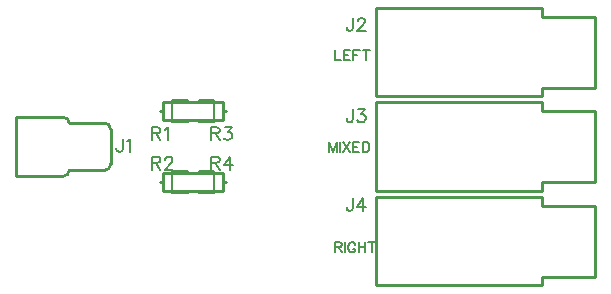
<source format=gto>
G04 Layer: TopSilkscreenLayer*
G04 EasyEDA v6.5.40, 2024-08-21 00:56:45*
G04 a67cddfb3fce44daa9051d46cbbcc19f,10*
G04 Gerber Generator version 0.2*
G04 Scale: 100 percent, Rotated: No, Reflected: No *
G04 Dimensions in millimeters *
G04 leading zeros omitted , absolute positions ,4 integer and 5 decimal *
%FSLAX45Y45*%
%MOMM*%

%ADD10C,0.2032*%
%ADD11C,0.1524*%
%ADD12C,0.2540*%

%LPD*%
D10*
X2700007Y1815698D02*
G01*
X2700007Y1729846D01*
X2700007Y1729846D02*
G01*
X2749029Y1729846D01*
X2776207Y1815698D02*
G01*
X2776207Y1729846D01*
X2776207Y1815698D02*
G01*
X2829293Y1815698D01*
X2776207Y1774804D02*
G01*
X2808719Y1774804D01*
X2776207Y1729846D02*
G01*
X2829293Y1729846D01*
X2856217Y1815698D02*
G01*
X2856217Y1729846D01*
X2856217Y1815698D02*
G01*
X2909557Y1815698D01*
X2856217Y1774804D02*
G01*
X2888983Y1774804D01*
X2965183Y1815698D02*
G01*
X2965183Y1729846D01*
X2936481Y1815698D02*
G01*
X2993631Y1815698D01*
X2649910Y1040726D02*
G01*
X2649910Y954874D01*
X2649910Y1040726D02*
G01*
X2682676Y954874D01*
X2715442Y1040726D02*
G01*
X2682676Y954874D01*
X2715442Y1040726D02*
G01*
X2715442Y954874D01*
X2742366Y1040726D02*
G01*
X2742366Y954874D01*
X2769544Y1040726D02*
G01*
X2826694Y954874D01*
X2826694Y1040726D02*
G01*
X2769544Y954874D01*
X2853618Y1040726D02*
G01*
X2853618Y954874D01*
X2853618Y1040726D02*
G01*
X2906958Y1040726D01*
X2853618Y999832D02*
G01*
X2886384Y999832D01*
X2853618Y954874D02*
G01*
X2906958Y954874D01*
X2933882Y1040726D02*
G01*
X2933882Y954874D01*
X2933882Y1040726D02*
G01*
X2962584Y1040726D01*
X2974776Y1036662D01*
X2982904Y1028534D01*
X2986968Y1020406D01*
X2991286Y1008214D01*
X2991286Y987640D01*
X2986968Y975448D01*
X2982904Y967066D01*
X2974776Y958938D01*
X2962584Y954874D01*
X2933882Y954874D01*
X2700020Y190754D02*
G01*
X2700020Y104902D01*
X2700020Y190754D02*
G01*
X2736850Y190754D01*
X2749041Y186689D01*
X2753106Y182626D01*
X2757170Y174497D01*
X2757170Y166370D01*
X2753106Y157987D01*
X2749041Y153923D01*
X2736850Y149860D01*
X2700020Y149860D01*
X2728722Y149860D02*
G01*
X2757170Y104902D01*
X2784347Y190754D02*
G01*
X2784347Y104902D01*
X2872740Y170434D02*
G01*
X2868675Y178562D01*
X2860293Y186689D01*
X2852165Y190754D01*
X2835909Y190754D01*
X2827527Y186689D01*
X2819400Y178562D01*
X2815336Y170434D01*
X2811272Y157987D01*
X2811272Y137668D01*
X2815336Y125476D01*
X2819400Y117094D01*
X2827527Y108965D01*
X2835909Y104902D01*
X2852165Y104902D01*
X2860293Y108965D01*
X2868675Y117094D01*
X2872740Y125476D01*
X2872740Y137668D01*
X2852165Y137668D02*
G01*
X2872740Y137668D01*
X2899663Y190754D02*
G01*
X2899663Y104902D01*
X2956813Y190754D02*
G01*
X2956813Y104902D01*
X2899663Y149860D02*
G01*
X2956813Y149860D01*
X3012440Y190754D02*
G01*
X3012440Y104902D01*
X2983991Y190754D02*
G01*
X3041141Y190754D01*
D11*
X1649996Y1165313D02*
G01*
X1649996Y1056347D01*
X1649996Y1165313D02*
G01*
X1696732Y1165313D01*
X1712226Y1160233D01*
X1717560Y1154899D01*
X1722640Y1144485D01*
X1722640Y1134071D01*
X1717560Y1123657D01*
X1712226Y1118577D01*
X1696732Y1113497D01*
X1649996Y1113497D01*
X1686318Y1113497D02*
G01*
X1722640Y1056347D01*
X1767344Y1165313D02*
G01*
X1824494Y1165313D01*
X1793506Y1123657D01*
X1809000Y1123657D01*
X1819414Y1118577D01*
X1824494Y1113497D01*
X1829828Y1097749D01*
X1829828Y1087335D01*
X1824494Y1071841D01*
X1814080Y1061427D01*
X1798586Y1056347D01*
X1783092Y1056347D01*
X1767344Y1061427D01*
X1762264Y1066507D01*
X1756930Y1076921D01*
X1649996Y915314D02*
G01*
X1649996Y806348D01*
X1649996Y915314D02*
G01*
X1696732Y915314D01*
X1712226Y910234D01*
X1717560Y904900D01*
X1722640Y894486D01*
X1722640Y884072D01*
X1717560Y873658D01*
X1712226Y868578D01*
X1696732Y863498D01*
X1649996Y863498D01*
X1686318Y863498D02*
G01*
X1722640Y806348D01*
X1809000Y915314D02*
G01*
X1756930Y842670D01*
X1834908Y842670D01*
X1809000Y915314D02*
G01*
X1809000Y806348D01*
X2852064Y1315313D02*
G01*
X2852064Y1232255D01*
X2846730Y1216507D01*
X2841650Y1211427D01*
X2831236Y1206347D01*
X2820822Y1206347D01*
X2810408Y1211427D01*
X2805074Y1216507D01*
X2799994Y1232255D01*
X2799994Y1242669D01*
X2896514Y1315313D02*
G01*
X2953664Y1315313D01*
X2922676Y1273657D01*
X2938170Y1273657D01*
X2948584Y1268577D01*
X2953664Y1263497D01*
X2958998Y1247749D01*
X2958998Y1237335D01*
X2953664Y1221841D01*
X2943504Y1211427D01*
X2927756Y1206347D01*
X2912262Y1206347D01*
X2896514Y1211427D01*
X2891434Y1216507D01*
X2886354Y1226921D01*
X2852064Y565315D02*
G01*
X2852064Y482257D01*
X2846730Y466509D01*
X2841650Y461429D01*
X2831236Y456349D01*
X2820822Y456349D01*
X2810408Y461429D01*
X2805074Y466509D01*
X2799994Y482257D01*
X2799994Y492671D01*
X2938170Y565315D02*
G01*
X2886354Y492671D01*
X2964078Y492671D01*
X2938170Y565315D02*
G01*
X2938170Y456349D01*
X2852038Y2090310D02*
G01*
X2852038Y2007252D01*
X2846704Y1991504D01*
X2841625Y1986424D01*
X2831211Y1981344D01*
X2820797Y1981344D01*
X2810383Y1986424D01*
X2805302Y1991504D01*
X2799968Y2007252D01*
X2799968Y2017666D01*
X2891409Y2064402D02*
G01*
X2891409Y2069482D01*
X2896743Y2079896D01*
X2901822Y2085230D01*
X2912236Y2090310D01*
X2933065Y2090310D01*
X2943479Y2085230D01*
X2948559Y2079896D01*
X2953893Y2069482D01*
X2953893Y2059068D01*
X2948559Y2048654D01*
X2938145Y2033160D01*
X2886329Y1981344D01*
X2958972Y1981344D01*
X902068Y1065314D02*
G01*
X902068Y982256D01*
X896734Y966508D01*
X891654Y961428D01*
X881240Y956348D01*
X870826Y956348D01*
X860412Y961428D01*
X855078Y966508D01*
X849998Y982256D01*
X849998Y992670D01*
X936358Y1044486D02*
G01*
X946518Y1049820D01*
X962266Y1065314D01*
X962266Y956348D01*
X1149997Y1165313D02*
G01*
X1149997Y1056347D01*
X1149997Y1165313D02*
G01*
X1196733Y1165313D01*
X1212227Y1160233D01*
X1217561Y1154899D01*
X1222641Y1144485D01*
X1222641Y1134071D01*
X1217561Y1123657D01*
X1212227Y1118577D01*
X1196733Y1113497D01*
X1149997Y1113497D01*
X1186319Y1113497D02*
G01*
X1222641Y1056347D01*
X1256931Y1144485D02*
G01*
X1267345Y1149819D01*
X1283093Y1165313D01*
X1283093Y1056347D01*
X1149997Y915314D02*
G01*
X1149997Y806348D01*
X1149997Y915314D02*
G01*
X1196733Y915314D01*
X1212227Y910234D01*
X1217561Y904900D01*
X1222641Y894486D01*
X1222641Y884072D01*
X1217561Y873658D01*
X1212227Y868578D01*
X1196733Y863498D01*
X1149997Y863498D01*
X1186319Y863498D02*
G01*
X1222641Y806348D01*
X1262265Y889406D02*
G01*
X1262265Y894486D01*
X1267345Y904900D01*
X1272679Y910234D01*
X1283093Y915314D01*
X1303667Y915314D01*
X1314081Y910234D01*
X1319415Y904900D01*
X1324495Y894486D01*
X1324495Y884072D01*
X1319415Y873658D01*
X1309001Y858164D01*
X1256931Y806348D01*
X1329829Y806348D01*
D12*
X1245996Y1299997D02*
G01*
X1220596Y1299997D01*
X1753996Y1299997D02*
G01*
X1779396Y1299997D01*
X1245996Y1299997D02*
G01*
X1245996Y1376197D01*
X1245996Y1223797D02*
G01*
X1245996Y1299997D01*
X1753996Y1223797D02*
G01*
X1245996Y1223797D01*
X1753996Y1299997D02*
G01*
X1753996Y1223797D01*
X1753996Y1376197D02*
G01*
X1753996Y1299997D01*
X1245996Y1376197D02*
G01*
X1753996Y1376197D01*
X1245996Y699998D02*
G01*
X1220596Y699998D01*
X1753996Y699998D02*
G01*
X1779396Y699998D01*
X1245996Y699998D02*
G01*
X1245996Y776198D01*
X1245996Y623798D02*
G01*
X1245996Y699998D01*
X1753996Y623798D02*
G01*
X1245996Y623798D01*
X1753996Y699998D02*
G01*
X1753996Y623798D01*
X1753996Y776198D02*
G01*
X1753996Y699998D01*
X1245996Y776198D02*
G01*
X1753996Y776198D01*
X3049993Y625000D02*
G01*
X3049993Y1375001D01*
X4449991Y1375001D02*
G01*
X3049993Y1375001D01*
X4449991Y625000D02*
G01*
X3049993Y625000D01*
X4449991Y1299997D02*
G01*
X4449991Y1375001D01*
X4449991Y699998D02*
G01*
X4449991Y625000D01*
X4899985Y1299997D02*
G01*
X4449991Y1299997D01*
X4899992Y699998D02*
G01*
X4449991Y699998D01*
X4899992Y1299997D02*
G01*
X4899992Y699998D01*
X3049993Y-174998D02*
G01*
X3049993Y575002D01*
X4449991Y575002D02*
G01*
X3049993Y575002D01*
X4449991Y-174998D02*
G01*
X3049993Y-174998D01*
X4449991Y499998D02*
G01*
X4449991Y575002D01*
X4449991Y-99999D02*
G01*
X4449991Y-174998D01*
X4899985Y499998D02*
G01*
X4449991Y499998D01*
X4899992Y-99999D02*
G01*
X4449991Y-99999D01*
X4899992Y499998D02*
G01*
X4899992Y-99999D01*
X3049993Y1425100D02*
G01*
X3049993Y2175101D01*
X4449991Y2175101D02*
G01*
X3049993Y2175101D01*
X4449991Y1425100D02*
G01*
X3049993Y1425100D01*
X4449991Y2100097D02*
G01*
X4449991Y2175101D01*
X4449991Y1500098D02*
G01*
X4449991Y1425100D01*
X4899985Y2100097D02*
G01*
X4449991Y2100097D01*
X4899992Y1500098D02*
G01*
X4449991Y1500098D01*
X4899992Y2100097D02*
G01*
X4899992Y1500098D01*
X0Y1249997D02*
G01*
X0Y749998D01*
X0Y1249997D02*
G01*
X399999Y1249997D01*
X0Y749998D02*
G01*
X399999Y749998D01*
X749998Y799998D02*
G01*
X450001Y799998D01*
X449999Y800000D01*
X749998Y1199995D02*
G01*
X450001Y1199995D01*
X449999Y1199997D01*
X799995Y849998D02*
G01*
X799998Y1149997D01*
D11*
X1547616Y1208288D02*
G01*
X1676110Y1208288D01*
X1676110Y1391706D01*
X1547616Y1391706D01*
X1452377Y1208288D02*
G01*
X1323883Y1208288D01*
X1323883Y1391706D01*
X1452377Y1391706D01*
X1547616Y608289D02*
G01*
X1676110Y608289D01*
X1676110Y791707D01*
X1547616Y791707D01*
X1452377Y608289D02*
G01*
X1323883Y608289D01*
X1323883Y791707D01*
X1452377Y791707D01*
D12*
G75*
G01*
X749999Y799998D02*
G03*
X799996Y849998I-3J50000D01*
G75*
G01*
X799998Y1149998D02*
G03*
X749999Y1199995I-49999J-3D01*
G75*
G01*
X449999Y1200000D02*
G03*
X399999Y1249998I-50000J-2D01*
G75*
G01*
X400002Y749999D02*
G03*
X449999Y799998I-3J49999D01*
M02*

</source>
